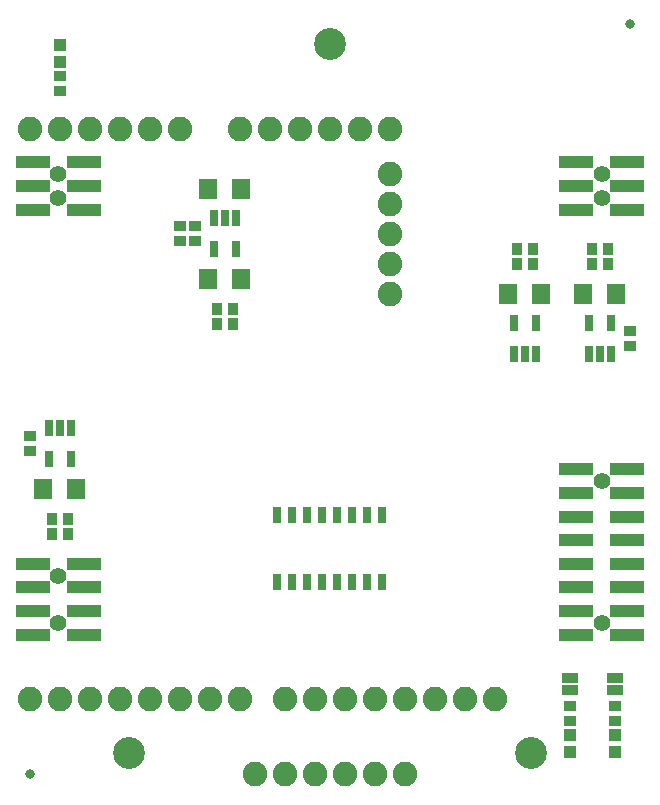
<source format=gbr>
G04 EAGLE Gerber RS-274X export*
G75*
%MOMM*%
%FSLAX34Y34*%
%LPD*%
%INSoldermask Top*%
%IPPOS*%
%AMOC8*
5,1,8,0,0,1.08239X$1,22.5*%
G01*
%ADD10R,0.903200X1.103200*%
%ADD11R,1.603200X1.803200*%
%ADD12R,1.103200X0.903200*%
%ADD13R,1.003200X1.003200*%
%ADD14R,0.753200X1.403200*%
%ADD15C,0.838200*%
%ADD16C,2.082800*%
%ADD17R,2.903200X1.003200*%
%ADD18C,2.703200*%
%ADD19C,1.403200*%
%ADD20R,0.803200X1.403200*%
%ADD21R,1.473200X0.838200*%


D10*
X191920Y416560D03*
X178920Y416560D03*
D11*
X171420Y441960D03*
X199420Y441960D03*
D12*
X45720Y613560D03*
X45720Y600560D03*
D13*
X45720Y639960D03*
X45720Y624960D03*
D10*
X178920Y403860D03*
X191920Y403860D03*
D14*
X194920Y493061D03*
X185420Y493061D03*
X175920Y493061D03*
X175920Y467059D03*
X194920Y467059D03*
D11*
X171420Y518160D03*
X199420Y518160D03*
D15*
X20320Y22860D03*
X528320Y657860D03*
D16*
X325120Y568960D03*
X299720Y568960D03*
X274320Y568960D03*
X248920Y568960D03*
X223520Y568960D03*
X198120Y568960D03*
X147320Y568960D03*
X121920Y568960D03*
X96520Y568960D03*
X71120Y568960D03*
X45720Y568960D03*
X20320Y568960D03*
X20320Y86360D03*
X45720Y86360D03*
X71120Y86360D03*
X96520Y86360D03*
X121920Y86360D03*
X147320Y86360D03*
X172720Y86360D03*
X198120Y86360D03*
X236220Y86360D03*
X261620Y86360D03*
X287020Y86360D03*
X312420Y86360D03*
X337820Y86360D03*
X363220Y86360D03*
X388620Y86360D03*
X414020Y86360D03*
D17*
X525820Y140360D03*
X525820Y160360D03*
X525820Y180360D03*
X482820Y180360D03*
X482820Y160360D03*
X482820Y140360D03*
X525820Y200360D03*
X525820Y220360D03*
X525820Y240360D03*
X482820Y240360D03*
X482820Y220360D03*
X482820Y200360D03*
X525820Y260360D03*
X525820Y280360D03*
X482820Y280360D03*
X482820Y260360D03*
X22820Y200360D03*
X22820Y180360D03*
X65820Y180360D03*
X65820Y200360D03*
X22820Y160360D03*
X22820Y140360D03*
X65820Y140360D03*
X65820Y160360D03*
X65820Y500360D03*
X65820Y520360D03*
X65820Y540360D03*
X22820Y540360D03*
X22820Y520360D03*
X22820Y500360D03*
X525820Y500360D03*
X525820Y520360D03*
X525820Y540360D03*
X482820Y540360D03*
X482820Y520360D03*
X482820Y500360D03*
D18*
X274320Y640360D03*
X444320Y40360D03*
X104320Y40360D03*
D19*
X504320Y150360D03*
X504320Y270360D03*
X44320Y190360D03*
X44320Y150360D03*
X44320Y510360D03*
X44320Y530360D03*
X504320Y510360D03*
X504320Y530360D03*
D10*
X496420Y454660D03*
X509420Y454660D03*
D11*
X516920Y429260D03*
X488920Y429260D03*
D10*
X509420Y467360D03*
X496420Y467360D03*
X432920Y454660D03*
X445920Y454660D03*
X445920Y467360D03*
X432920Y467360D03*
D14*
X493420Y378159D03*
X502920Y378159D03*
X512420Y378159D03*
X512420Y404161D03*
X493420Y404161D03*
D12*
X528320Y397660D03*
X528320Y384660D03*
D14*
X429920Y378159D03*
X439420Y378159D03*
X448920Y378159D03*
X448920Y404161D03*
X429920Y404161D03*
D12*
X160020Y473560D03*
X160020Y486560D03*
D16*
X337820Y22860D03*
X312420Y22860D03*
X287020Y22860D03*
X261620Y22860D03*
X236220Y22860D03*
X210820Y22860D03*
D12*
X147320Y473560D03*
X147320Y486560D03*
D11*
X453420Y429260D03*
X425420Y429260D03*
D20*
X229870Y185360D03*
X242570Y185360D03*
X255270Y185360D03*
X267970Y185360D03*
X280670Y185360D03*
X293370Y185360D03*
X306070Y185360D03*
X318770Y185360D03*
X318770Y241360D03*
X306070Y241360D03*
X293370Y241360D03*
X280670Y241360D03*
X267970Y241360D03*
X255270Y241360D03*
X242570Y241360D03*
X229870Y241360D03*
D10*
X52220Y238760D03*
X39220Y238760D03*
D11*
X31720Y264160D03*
X59720Y264160D03*
D10*
X39220Y226060D03*
X52220Y226060D03*
D14*
X55220Y315261D03*
X45720Y315261D03*
X36220Y315261D03*
X36220Y289259D03*
X55220Y289259D03*
D12*
X20320Y295760D03*
X20320Y308760D03*
D16*
X325120Y429260D03*
X325120Y454660D03*
X325120Y480060D03*
X325120Y505460D03*
X325120Y530860D03*
D12*
X515620Y67160D03*
X515620Y80160D03*
X477520Y67160D03*
X477520Y80160D03*
D13*
X515620Y40760D03*
X515620Y55760D03*
X477520Y40760D03*
X477520Y55760D03*
D21*
X477520Y104140D03*
X477520Y93980D03*
X515620Y104140D03*
X515620Y93980D03*
M02*

</source>
